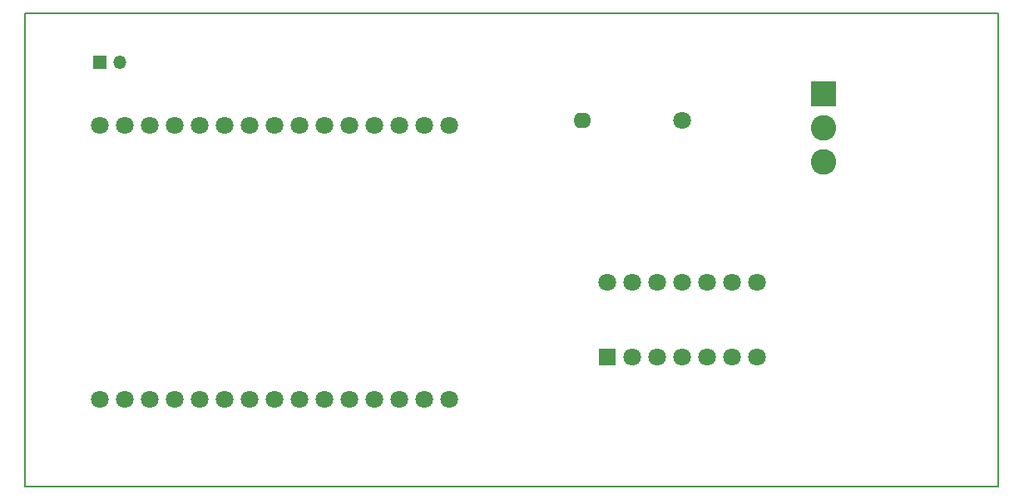
<source format=gbr>
%TF.GenerationSoftware,KiCad,Pcbnew,(6.0.10)*%
%TF.CreationDate,2023-04-28T14:23:09-06:00*%
%TF.ProjectId,H2O-Esquem_tico_2023ver3-KiCad,48324f2d-4573-4717-9565-6de17469636f,rev?*%
%TF.SameCoordinates,Original*%
%TF.FileFunction,Copper,L1,Top*%
%TF.FilePolarity,Positive*%
%FSLAX46Y46*%
G04 Gerber Fmt 4.6, Leading zero omitted, Abs format (unit mm)*
G04 Created by KiCad (PCBNEW (6.0.10)) date 2023-04-28 14:23:09*
%MOMM*%
%LPD*%
G01*
G04 APERTURE LIST*
%TA.AperFunction,NonConductor*%
%ADD10C,0.200000*%
%TD*%
%TA.AperFunction,ComponentPad*%
%ADD11R,1.800000X1.800000*%
%TD*%
%TA.AperFunction,ComponentPad*%
%ADD12C,1.800000*%
%TD*%
%TA.AperFunction,ComponentPad*%
%ADD13R,1.350000X1.350000*%
%TD*%
%TA.AperFunction,ComponentPad*%
%ADD14O,1.350000X1.350000*%
%TD*%
%TA.AperFunction,ComponentPad*%
%ADD15O,1.800000X1.600000*%
%TD*%
%TA.AperFunction,ComponentPad*%
%ADD16R,2.600000X2.600000*%
%TD*%
%TA.AperFunction,ComponentPad*%
%ADD17C,2.600000*%
%TD*%
G04 APERTURE END LIST*
D10*
X190500000Y-60960000D02*
X91440000Y-60960000D01*
X91440000Y-60960000D02*
X91440000Y-109220000D01*
X91440000Y-109220000D02*
X190500000Y-109220000D01*
X190500000Y-109220000D02*
X190500000Y-60960000D01*
D11*
%TO.P,U2,1*%
%TO.N,Net-(1K8-Pad2)*%
X150695000Y-96050000D03*
D12*
%TO.P,U2,2,-*%
%TO.N,Net-(J8-Pad2)*%
X153235000Y-96050000D03*
%TO.P,U2,3,+*%
%TO.N,Net-(ESP8266_lolin1-Pad25)*%
X155775000Y-96050000D03*
%TO.P,U2,4,V+*%
%TO.N,Net-(ESP8266_lolin1-Pad15)*%
X158315000Y-96050000D03*
%TO.P,U2,5*%
%TO.N,N/C*%
X160855000Y-96050000D03*
%TO.P,U2,6*%
X163395000Y-96050000D03*
%TO.P,U2,7*%
X165935000Y-96050000D03*
%TO.P,U2,8*%
X165935000Y-88430000D03*
%TO.P,U2,9*%
X163395000Y-88430000D03*
%TO.P,U2,10*%
X160855000Y-88430000D03*
%TO.P,U2,11,V-*%
%TO.N,Net-(1K8-Pad1)*%
X158315000Y-88430000D03*
%TO.P,U2,12*%
%TO.N,N/C*%
X155775000Y-88430000D03*
%TO.P,U2,13*%
X153235000Y-88430000D03*
%TO.P,U2,14*%
X150695000Y-88430000D03*
%TD*%
D13*
%TO.P,J1,1,VBUS*%
%TO.N,Net-(ESP8266_lolin1-Pad15)*%
X99060000Y-66009833D03*
D14*
%TO.P,J1,4,GND*%
%TO.N,Net-(1K8-Pad1)*%
X101060000Y-66009833D03*
%TD*%
D12*
%TO.P,ESP8266_lolin1,1,A0(ADC0)*%
%TO.N,unconnected-(ESP8266_lolin1-Pad1)*%
X134620000Y-72390000D03*
%TO.P,ESP8266_lolin1,2,RSV*%
%TO.N,unconnected-(ESP8266_lolin1-Pad2)*%
X132080000Y-72390000D03*
%TO.P,ESP8266_lolin1,3,RSV*%
%TO.N,unconnected-(ESP8266_lolin1-Pad3)*%
X129540000Y-72390000D03*
%TO.P,ESP8266_lolin1,4,SD3(GPIO10)*%
%TO.N,unconnected-(ESP8266_lolin1-Pad4)*%
X127000000Y-72390000D03*
%TO.P,ESP8266_lolin1,5,SD2(GPIO9)*%
%TO.N,unconnected-(ESP8266_lolin1-Pad5)*%
X124460000Y-72390000D03*
%TO.P,ESP8266_lolin1,6,SD1(MOSI)*%
%TO.N,unconnected-(ESP8266_lolin1-Pad6)*%
X121920000Y-72390000D03*
%TO.P,ESP8266_lolin1,7,CMD(CS)*%
%TO.N,unconnected-(ESP8266_lolin1-Pad7)*%
X119380000Y-72390000D03*
%TO.P,ESP8266_lolin1,8,SDO(MISO)*%
%TO.N,unconnected-(ESP8266_lolin1-Pad8)*%
X116840000Y-72390000D03*
%TO.P,ESP8266_lolin1,9,CLK(SCLK)*%
%TO.N,unconnected-(ESP8266_lolin1-Pad9)*%
X114300000Y-72390000D03*
%TO.P,ESP8266_lolin1,10,GND*%
%TO.N,unconnected-(ESP8266_lolin1-Pad10)*%
X111760000Y-72390000D03*
%TO.P,ESP8266_lolin1,11,3.3V*%
%TO.N,unconnected-(ESP8266_lolin1-Pad11)*%
X109220000Y-72390000D03*
%TO.P,ESP8266_lolin1,12,EN*%
%TO.N,unconnected-(ESP8266_lolin1-Pad12)*%
X106680000Y-72390000D03*
%TO.P,ESP8266_lolin1,13,RST*%
%TO.N,unconnected-(ESP8266_lolin1-Pad13)*%
X104140000Y-72390000D03*
%TO.P,ESP8266_lolin1,14,GND*%
%TO.N,Net-(1K8-Pad1)*%
X101600000Y-72390000D03*
%TO.P,ESP8266_lolin1,15,VIN*%
%TO.N,Net-(ESP8266_lolin1-Pad15)*%
X99060000Y-72390000D03*
%TO.P,ESP8266_lolin1,16,3.3V*%
%TO.N,unconnected-(ESP8266_lolin1-Pad16)*%
X99060000Y-100330000D03*
%TO.P,ESP8266_lolin1,17,GND*%
%TO.N,unconnected-(ESP8266_lolin1-Pad17)*%
X101600000Y-100330000D03*
%TO.P,ESP8266_lolin1,18,TX(GPIO1)*%
%TO.N,unconnected-(ESP8266_lolin1-Pad18)*%
X104140000Y-100330000D03*
%TO.P,ESP8266_lolin1,19,RX(DPIO3)*%
%TO.N,unconnected-(ESP8266_lolin1-Pad19)*%
X106680000Y-100330000D03*
%TO.P,ESP8266_lolin1,20,D8(GPIO15)*%
%TO.N,unconnected-(ESP8266_lolin1-Pad20)*%
X109220000Y-100330000D03*
%TO.P,ESP8266_lolin1,21,D7(GPIO13)*%
%TO.N,unconnected-(ESP8266_lolin1-Pad21)*%
X111760000Y-100330000D03*
%TO.P,ESP8266_lolin1,22,D6(GPIO12)*%
%TO.N,unconnected-(ESP8266_lolin1-Pad22)*%
X114300000Y-100330000D03*
%TO.P,ESP8266_lolin1,23,D5(GPIO14)*%
%TO.N,unconnected-(ESP8266_lolin1-Pad23)*%
X116840000Y-100330000D03*
%TO.P,ESP8266_lolin1,24,GND*%
%TO.N,unconnected-(ESP8266_lolin1-Pad24)*%
X119380000Y-100330000D03*
%TO.P,ESP8266_lolin1,25,3.3V*%
%TO.N,Net-(ESP8266_lolin1-Pad25)*%
X121920000Y-100330000D03*
%TO.P,ESP8266_lolin1,26,D4(GPIO2)*%
%TO.N,Net-(1K8-Pad2)*%
X124460000Y-100330000D03*
%TO.P,ESP8266_lolin1,27,D3(GPIO0)*%
%TO.N,unconnected-(ESP8266_lolin1-Pad27)*%
X127000000Y-100330000D03*
%TO.P,ESP8266_lolin1,28,D2(GPIO4)*%
%TO.N,unconnected-(ESP8266_lolin1-Pad28)*%
X129540000Y-100330000D03*
%TO.P,ESP8266_lolin1,29,D1(GPIO5)*%
%TO.N,unconnected-(ESP8266_lolin1-Pad29)*%
X132080000Y-100330000D03*
%TO.P,ESP8266_lolin1,30,D0(GPIO16)*%
%TO.N,unconnected-(ESP8266_lolin1-Pad30)*%
X134620000Y-100330000D03*
%TD*%
%TO.P,1K8,1*%
%TO.N,Net-(1K8-Pad1)*%
X158320000Y-71930000D03*
D15*
%TO.P,1K8,2*%
%TO.N,Net-(1K8-Pad2)*%
X148160000Y-71930000D03*
%TD*%
D16*
%TO.P,J8,1,Pin_1*%
%TO.N,Net-(ESP8266_lolin1-Pad15)*%
X172710000Y-69175000D03*
D17*
%TO.P,J8,2,Pin_2*%
%TO.N,Net-(J8-Pad2)*%
X172710000Y-72675000D03*
%TO.P,J8,3,Pin_3*%
%TO.N,Net-(1K8-Pad1)*%
X172710000Y-76175000D03*
%TD*%
M02*

</source>
